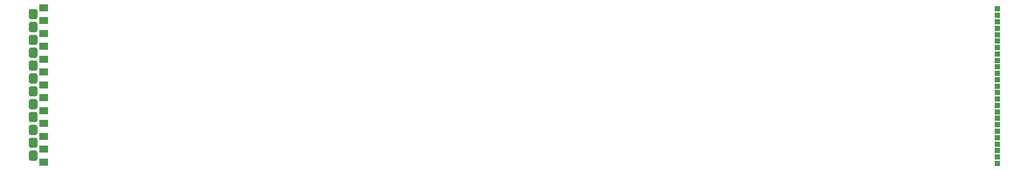
<source format=gbr>
%TF.GenerationSoftware,KiCad,Pcbnew,(5.1.9)-1*%
%TF.CreationDate,2021-05-28T12:30:45-05:00*%
%TF.ProjectId,MCD QSB,4d434420-5153-4422-9e6b-696361645f70,rev?*%
%TF.SameCoordinates,Original*%
%TF.FileFunction,Soldermask,Top*%
%TF.FilePolarity,Negative*%
%FSLAX46Y46*%
G04 Gerber Fmt 4.6, Leading zero omitted, Abs format (unit mm)*
G04 Created by KiCad (PCBNEW (5.1.9)-1) date 2021-05-28 12:30:45*
%MOMM*%
%LPD*%
G01*
G04 APERTURE LIST*
%ADD10R,1.700000X1.400000*%
%ADD11R,1.000000X1.000000*%
G04 APERTURE END LIST*
D10*
%TO.C,J1*%
X52832000Y-89408000D03*
G36*
G01*
X49982000Y-91233000D02*
X49982000Y-90083000D01*
G75*
G02*
X50407000Y-89658000I425000J0D01*
G01*
X51257000Y-89658000D01*
G75*
G02*
X51682000Y-90083000I0J-425000D01*
G01*
X51682000Y-91233000D01*
G75*
G02*
X51257000Y-91658000I-425000J0D01*
G01*
X50407000Y-91658000D01*
G75*
G02*
X49982000Y-91233000I0J425000D01*
G01*
G37*
X52832000Y-91908000D03*
G36*
G01*
X49982000Y-93733000D02*
X49982000Y-92583000D01*
G75*
G02*
X50407000Y-92158000I425000J0D01*
G01*
X51257000Y-92158000D01*
G75*
G02*
X51682000Y-92583000I0J-425000D01*
G01*
X51682000Y-93733000D01*
G75*
G02*
X51257000Y-94158000I-425000J0D01*
G01*
X50407000Y-94158000D01*
G75*
G02*
X49982000Y-93733000I0J425000D01*
G01*
G37*
X52832000Y-94408000D03*
G36*
G01*
X49982000Y-96233000D02*
X49982000Y-95083000D01*
G75*
G02*
X50407000Y-94658000I425000J0D01*
G01*
X51257000Y-94658000D01*
G75*
G02*
X51682000Y-95083000I0J-425000D01*
G01*
X51682000Y-96233000D01*
G75*
G02*
X51257000Y-96658000I-425000J0D01*
G01*
X50407000Y-96658000D01*
G75*
G02*
X49982000Y-96233000I0J425000D01*
G01*
G37*
X52832000Y-96908000D03*
G36*
G01*
X49982000Y-98733000D02*
X49982000Y-97583000D01*
G75*
G02*
X50407000Y-97158000I425000J0D01*
G01*
X51257000Y-97158000D01*
G75*
G02*
X51682000Y-97583000I0J-425000D01*
G01*
X51682000Y-98733000D01*
G75*
G02*
X51257000Y-99158000I-425000J0D01*
G01*
X50407000Y-99158000D01*
G75*
G02*
X49982000Y-98733000I0J425000D01*
G01*
G37*
X52832000Y-99408000D03*
G36*
G01*
X49982000Y-101233000D02*
X49982000Y-100083000D01*
G75*
G02*
X50407000Y-99658000I425000J0D01*
G01*
X51257000Y-99658000D01*
G75*
G02*
X51682000Y-100083000I0J-425000D01*
G01*
X51682000Y-101233000D01*
G75*
G02*
X51257000Y-101658000I-425000J0D01*
G01*
X50407000Y-101658000D01*
G75*
G02*
X49982000Y-101233000I0J425000D01*
G01*
G37*
X52832000Y-101908000D03*
G36*
G01*
X49982000Y-103733000D02*
X49982000Y-102583000D01*
G75*
G02*
X50407000Y-102158000I425000J0D01*
G01*
X51257000Y-102158000D01*
G75*
G02*
X51682000Y-102583000I0J-425000D01*
G01*
X51682000Y-103733000D01*
G75*
G02*
X51257000Y-104158000I-425000J0D01*
G01*
X50407000Y-104158000D01*
G75*
G02*
X49982000Y-103733000I0J425000D01*
G01*
G37*
X52832000Y-104408000D03*
G36*
G01*
X49982000Y-106233000D02*
X49982000Y-105083000D01*
G75*
G02*
X50407000Y-104658000I425000J0D01*
G01*
X51257000Y-104658000D01*
G75*
G02*
X51682000Y-105083000I0J-425000D01*
G01*
X51682000Y-106233000D01*
G75*
G02*
X51257000Y-106658000I-425000J0D01*
G01*
X50407000Y-106658000D01*
G75*
G02*
X49982000Y-106233000I0J425000D01*
G01*
G37*
X52832000Y-106908000D03*
G36*
G01*
X49982000Y-108733000D02*
X49982000Y-107583000D01*
G75*
G02*
X50407000Y-107158000I425000J0D01*
G01*
X51257000Y-107158000D01*
G75*
G02*
X51682000Y-107583000I0J-425000D01*
G01*
X51682000Y-108733000D01*
G75*
G02*
X51257000Y-109158000I-425000J0D01*
G01*
X50407000Y-109158000D01*
G75*
G02*
X49982000Y-108733000I0J425000D01*
G01*
G37*
X52832000Y-109408000D03*
G36*
G01*
X49982000Y-111233000D02*
X49982000Y-110083000D01*
G75*
G02*
X50407000Y-109658000I425000J0D01*
G01*
X51257000Y-109658000D01*
G75*
G02*
X51682000Y-110083000I0J-425000D01*
G01*
X51682000Y-111233000D01*
G75*
G02*
X51257000Y-111658000I-425000J0D01*
G01*
X50407000Y-111658000D01*
G75*
G02*
X49982000Y-111233000I0J425000D01*
G01*
G37*
X52832000Y-111908000D03*
G36*
G01*
X49982000Y-113733000D02*
X49982000Y-112583000D01*
G75*
G02*
X50407000Y-112158000I425000J0D01*
G01*
X51257000Y-112158000D01*
G75*
G02*
X51682000Y-112583000I0J-425000D01*
G01*
X51682000Y-113733000D01*
G75*
G02*
X51257000Y-114158000I-425000J0D01*
G01*
X50407000Y-114158000D01*
G75*
G02*
X49982000Y-113733000I0J425000D01*
G01*
G37*
X52832000Y-114408000D03*
G36*
G01*
X49982000Y-116233000D02*
X49982000Y-115083000D01*
G75*
G02*
X50407000Y-114658000I425000J0D01*
G01*
X51257000Y-114658000D01*
G75*
G02*
X51682000Y-115083000I0J-425000D01*
G01*
X51682000Y-116233000D01*
G75*
G02*
X51257000Y-116658000I-425000J0D01*
G01*
X50407000Y-116658000D01*
G75*
G02*
X49982000Y-116233000I0J425000D01*
G01*
G37*
X52832000Y-116908000D03*
G36*
G01*
X49982000Y-118733000D02*
X49982000Y-117583000D01*
G75*
G02*
X50407000Y-117158000I425000J0D01*
G01*
X51257000Y-117158000D01*
G75*
G02*
X51682000Y-117583000I0J-425000D01*
G01*
X51682000Y-118733000D01*
G75*
G02*
X51257000Y-119158000I-425000J0D01*
G01*
X50407000Y-119158000D01*
G75*
G02*
X49982000Y-118733000I0J425000D01*
G01*
G37*
X52832000Y-119408000D03*
%TD*%
D11*
%TO.C,J2*%
X237768000Y-119648000D03*
X237768000Y-118398000D03*
X237768000Y-117148000D03*
X237768000Y-115898000D03*
X237768000Y-114648000D03*
X237768000Y-113398000D03*
X237768000Y-112148000D03*
X237768000Y-110898000D03*
X237768000Y-109648000D03*
X237768000Y-108398000D03*
X237768000Y-107148000D03*
X237768000Y-105898000D03*
X237768000Y-104648000D03*
X237768000Y-103398000D03*
X237768000Y-102148000D03*
X237768000Y-100898000D03*
X237768000Y-99648000D03*
X237768000Y-98398000D03*
X237768000Y-97148000D03*
X237768000Y-95898000D03*
X237768000Y-94648000D03*
X237768000Y-93398000D03*
X237768000Y-92148000D03*
X237768000Y-90898000D03*
X237768000Y-89648000D03*
%TD*%
M02*

</source>
